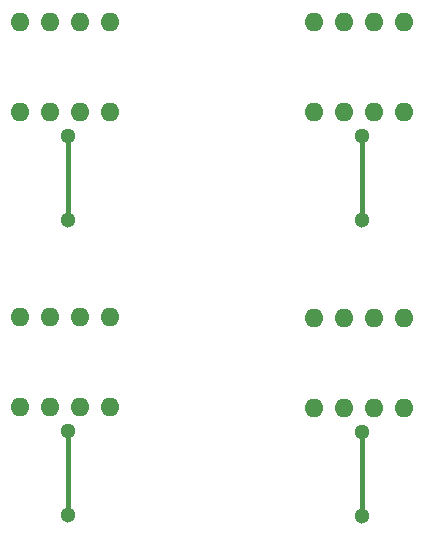
<source format=gbl>
G04 #@! TF.FileFunction,Copper,L2,Bot,Signal*
%FSLAX46Y46*%
G04 Gerber Fmt 4.6, Leading zero omitted, Abs format (unit mm)*
G04 Created by KiCad (PCBNEW 0.201603210401+6634~43~ubuntu14.04.1-product) date mån 28 mar 2016 19:03:26*
%MOMM*%
G01*
G04 APERTURE LIST*
%ADD10C,0.100000*%
%ADD11O,1.600000X1.600000*%
%ADD12C,1.300000*%
%ADD13C,0.400000*%
G04 APERTURE END LIST*
D10*
D11*
X105156000Y-137490200D03*
X107696000Y-137490200D03*
X110236000Y-137490200D03*
X112776000Y-137490200D03*
X112776000Y-129870200D03*
X110236000Y-129870200D03*
X107696000Y-129870200D03*
X105156000Y-129870200D03*
X130124200Y-137515600D03*
X132664200Y-137515600D03*
X135204200Y-137515600D03*
X137744200Y-137515600D03*
X137744200Y-129895600D03*
X135204200Y-129895600D03*
X132664200Y-129895600D03*
X130124200Y-129895600D03*
X130124200Y-112522000D03*
X132664200Y-112522000D03*
X135204200Y-112522000D03*
X137744200Y-112522000D03*
X137744200Y-104902000D03*
X135204200Y-104902000D03*
X132664200Y-104902000D03*
X130124200Y-104902000D03*
X105156000Y-112522000D03*
X107696000Y-112522000D03*
X110236000Y-112522000D03*
X112776000Y-112522000D03*
X112776000Y-104902000D03*
X110236000Y-104902000D03*
X107696000Y-104902000D03*
X105156000Y-104902000D03*
D12*
X109220000Y-139522200D03*
X109220000Y-146634200D03*
X134188200Y-139547600D03*
X134188200Y-146659600D03*
X134188200Y-121666000D03*
X134188200Y-114554000D03*
X109220000Y-114554000D03*
X109220000Y-121666000D03*
D13*
X109220000Y-146634200D02*
X109220000Y-139522200D01*
X134188200Y-146659600D02*
X134188200Y-139547600D01*
X134188200Y-121666000D02*
X134188200Y-114554000D01*
X109220000Y-121666000D02*
X109220000Y-114554000D01*
M02*

</source>
